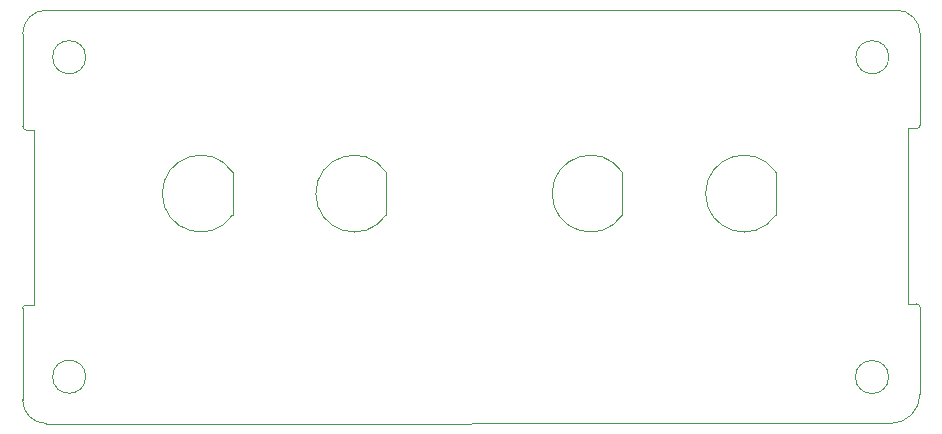
<source format=gm1>
G04 #@! TF.GenerationSoftware,KiCad,Pcbnew,(2017-06-07 revision 51bed4bae)-makepkg*
G04 #@! TF.CreationDate,2017-06-11T00:06:54+02:00*
G04 #@! TF.ProjectId,Front_Panel_76x35_4conn,46726F6E745F50616E656C5F37367833,rev?*
G04 #@! TF.FileFunction,Profile,NP*
%FSLAX46Y46*%
G04 Gerber Fmt 4.6, Leading zero omitted, Abs format (unit mm)*
G04 Created by KiCad (PCBNEW (2017-06-07 revision 51bed4bae)-makepkg) date 06/11/17 00:06:54*
%MOMM*%
%LPD*%
G01*
G04 APERTURE LIST*
%ADD10C,0.150000*%
%ADD11C,0.020000*%
G04 APERTURE END LIST*
D10*
D11*
X180000Y-33240000D02*
G75*
G03X2180000Y-35240000I2000000J0D01*
G01*
X76170000Y-2240000D02*
G75*
G03X74170000Y-240000I-2000000J0D01*
G01*
X2179999Y-240000D02*
G75*
G03X180000Y-2240001I1J-2000000D01*
G01*
X5525000Y-4225000D02*
G75*
G03X5525000Y-4225000I-1400000J0D01*
G01*
X5525000Y-31275000D02*
G75*
G03X5525000Y-31275000I-1400000J0D01*
G01*
X73500000Y-31300000D02*
G75*
G03X73500000Y-31300000I-1400000J0D01*
G01*
X76170000Y-25400000D02*
G75*
G03X75870000Y-25100000I-300000J0D01*
G01*
X75870000Y-10260000D02*
G75*
G03X76170000Y-9960000I0J300000D01*
G01*
X180000Y-10060000D02*
G75*
G03X480000Y-10360000I300000J0D01*
G01*
X480000Y-25200000D02*
G75*
G03X180000Y-25500000I0J-300000D01*
G01*
X180000Y-2240000D02*
X180000Y-10060000D01*
X180000Y-25500000D02*
X180000Y-33240000D01*
X76170000Y-25400000D02*
X76170000Y-32740000D01*
X76170000Y-2240000D02*
X76170000Y-9960000D01*
X75179999Y-10260000D02*
X75870000Y-10260000D01*
X75180000Y-25100000D02*
X75179999Y-10260000D01*
X75180000Y-25100000D02*
X75870000Y-25100000D01*
X1170000Y-10360000D02*
X1170000Y-25200000D01*
X1170000Y-10360000D02*
X480000Y-10360000D01*
X1170000Y-25200000D02*
X480000Y-25200000D01*
X73525000Y-4225000D02*
G75*
G03X73525000Y-4225000I-1400000J0D01*
G01*
X76170000Y-32740000D02*
G75*
G02X73680000Y-35230000I-2490000J0D01*
G01*
X73680000Y-35230000D02*
X2180000Y-35240000D01*
X2180000Y-240000D02*
X74170000Y-240000D01*
X30960000Y-17580000D02*
G75*
G02X30960000Y-13960000I-2700000J1810000D01*
G01*
X30960000Y-13960000D02*
X30960000Y-17580000D01*
X17960000Y-17580000D02*
G75*
G02X17960000Y-13960000I-2700000J1810000D01*
G01*
X17960000Y-13960000D02*
X17960000Y-17580000D01*
X63960000Y-17580000D02*
G75*
G02X63960000Y-13960000I-2700000J1810000D01*
G01*
X63960000Y-13960000D02*
X63960000Y-17580000D01*
X50960000Y-17580000D02*
G75*
G02X50960000Y-13960000I-2700000J1810000D01*
G01*
X50960000Y-13960000D02*
X50960000Y-17580000D01*
M02*

</source>
